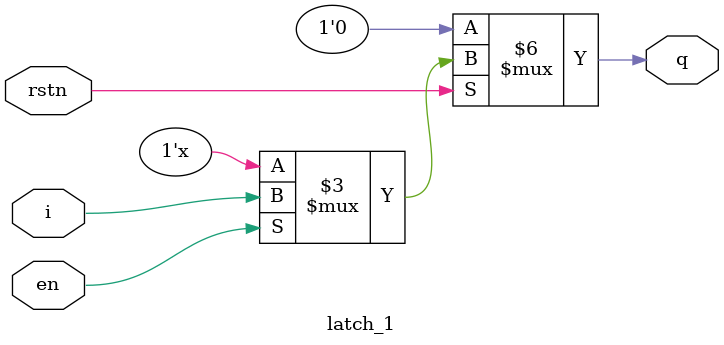
<source format=v>
module latch_1 (
   q,
   en, i, rstn
   );
   input en;
   input i;
   input rstn;
   output q;
   reg    q;
   always @* begin
      if(rstn == 1'b0)
        q <= 0;
      else
        if(en)
          q <= i;
   end
endmodule
</source>
